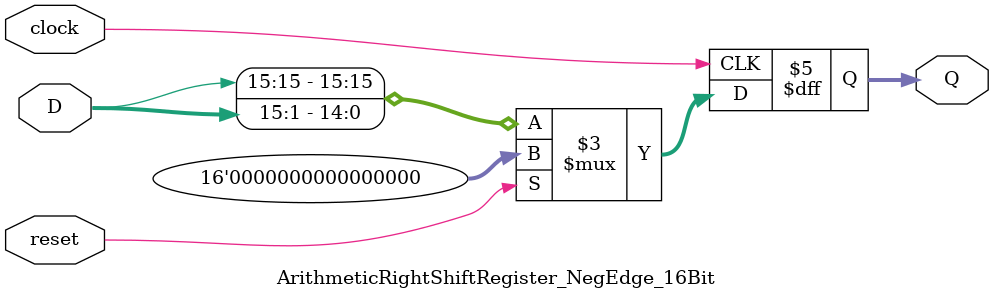
<source format=v>
module ArithmeticRightShiftRegister_NegEdge_16Bit (clock, reset, D, Q);
    input clock;
    input reset;
    input [15:0] D;
    output reg [15:0] Q;

    always @(negedge clock)
    begin
        if (reset)
            Q <= 16'b0000000000000000;
        else
            Q <= {D[15], D[15:1]};        
    end
endmodule

</source>
